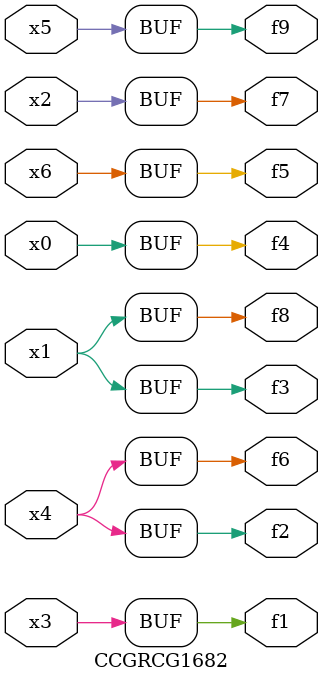
<source format=v>
module CCGRCG1682(
	input x0, x1, x2, x3, x4, x5, x6,
	output f1, f2, f3, f4, f5, f6, f7, f8, f9
);
	assign f1 = x3;
	assign f2 = x4;
	assign f3 = x1;
	assign f4 = x0;
	assign f5 = x6;
	assign f6 = x4;
	assign f7 = x2;
	assign f8 = x1;
	assign f9 = x5;
endmodule

</source>
